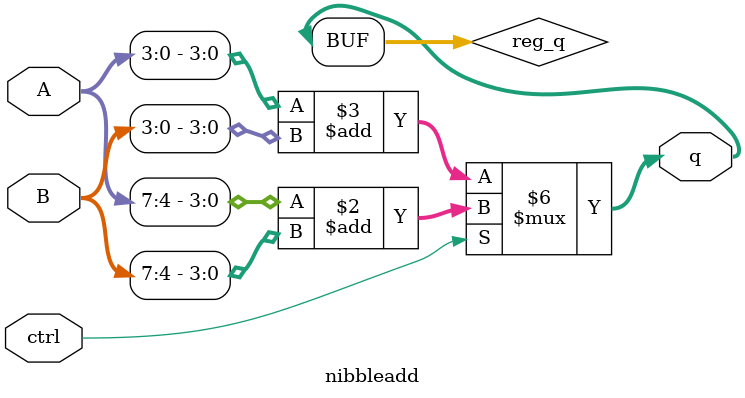
<source format=v>
module nibbleadd(
    input [7:0]A,
    input [7:0]B,
    input ctrl,
    output [4:0]q
);
    
reg [4:0]reg_q = 4'b0000;
assign q = reg_q;
//YOUR CODE HERE

always@(A,B,ctrl)
begin
    if(ctrl) reg_q = A[7:4] + B[7:4];
    else reg_q = A[3:0] + B[3:0];
end

endmodule
</source>
